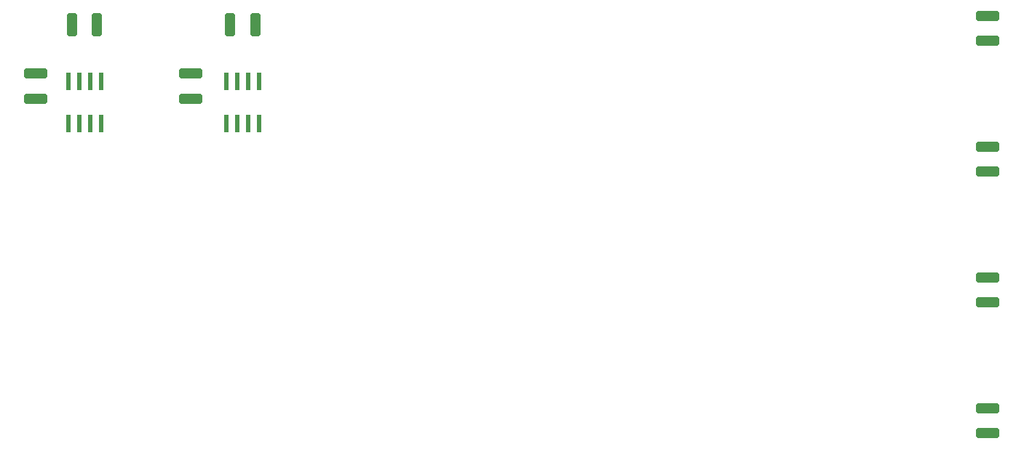
<source format=gbr>
%TF.GenerationSoftware,KiCad,Pcbnew,7.0.8*%
%TF.CreationDate,2025-06-27T13:17:33+01:00*%
%TF.ProjectId,PCB_Health,5043425f-4865-4616-9c74-682e6b696361,rev?*%
%TF.SameCoordinates,Original*%
%TF.FileFunction,Paste,Top*%
%TF.FilePolarity,Positive*%
%FSLAX46Y46*%
G04 Gerber Fmt 4.6, Leading zero omitted, Abs format (unit mm)*
G04 Created by KiCad (PCBNEW 7.0.8) date 2025-06-27 13:17:33*
%MOMM*%
%LPD*%
G01*
G04 APERTURE LIST*
G04 Aperture macros list*
%AMRoundRect*
0 Rectangle with rounded corners*
0 $1 Rounding radius*
0 $2 $3 $4 $5 $6 $7 $8 $9 X,Y pos of 4 corners*
0 Add a 4 corners polygon primitive as box body*
4,1,4,$2,$3,$4,$5,$6,$7,$8,$9,$2,$3,0*
0 Add four circle primitives for the rounded corners*
1,1,$1+$1,$2,$3*
1,1,$1+$1,$4,$5*
1,1,$1+$1,$6,$7*
1,1,$1+$1,$8,$9*
0 Add four rect primitives between the rounded corners*
20,1,$1+$1,$2,$3,$4,$5,0*
20,1,$1+$1,$4,$5,$6,$7,0*
20,1,$1+$1,$6,$7,$8,$9,0*
20,1,$1+$1,$8,$9,$2,$3,0*%
G04 Aperture macros list end*
%ADD10RoundRect,0.250000X1.100000X-0.325000X1.100000X0.325000X-1.100000X0.325000X-1.100000X-0.325000X0*%
%ADD11RoundRect,0.250000X-1.100000X0.325000X-1.100000X-0.325000X1.100000X-0.325000X1.100000X0.325000X0*%
%ADD12RoundRect,0.073750X-0.221250X0.911250X-0.221250X-0.911250X0.221250X-0.911250X0.221250X0.911250X0*%
%ADD13RoundRect,0.250000X-0.325000X-1.100000X0.325000X-1.100000X0.325000X1.100000X-0.325000X1.100000X0*%
G04 APERTURE END LIST*
D10*
%TO.C,C5*%
X113030000Y-80772000D03*
X113030000Y-77822000D03*
%TD*%
D11*
%TO.C,C9*%
X205740000Y-116840000D03*
X205740000Y-119790000D03*
%TD*%
D10*
%TO.C,C4*%
X94996000Y-80772000D03*
X94996000Y-77822000D03*
%TD*%
D11*
%TO.C,C7*%
X205740000Y-101600000D03*
X205740000Y-104550000D03*
%TD*%
D12*
%TO.C,U2*%
X102616000Y-78740000D03*
X101346000Y-78740000D03*
X100076000Y-78740000D03*
X98806000Y-78740000D03*
X98806000Y-83690000D03*
X100076000Y-83690000D03*
X101346000Y-83690000D03*
X102616000Y-83690000D03*
%TD*%
D13*
%TO.C,C1*%
X99158000Y-72136000D03*
X102108000Y-72136000D03*
%TD*%
D12*
%TO.C,U3*%
X120967500Y-78740000D03*
X119697500Y-78740000D03*
X118427500Y-78740000D03*
X117157500Y-78740000D03*
X117157500Y-83690000D03*
X118427500Y-83690000D03*
X119697500Y-83690000D03*
X120967500Y-83690000D03*
%TD*%
D11*
%TO.C,C3*%
X205740000Y-71120000D03*
X205740000Y-74070000D03*
%TD*%
D13*
%TO.C,C2*%
X117572500Y-72136000D03*
X120522500Y-72136000D03*
%TD*%
D11*
%TO.C,C6*%
X205740000Y-86360000D03*
X205740000Y-89310000D03*
%TD*%
M02*

</source>
